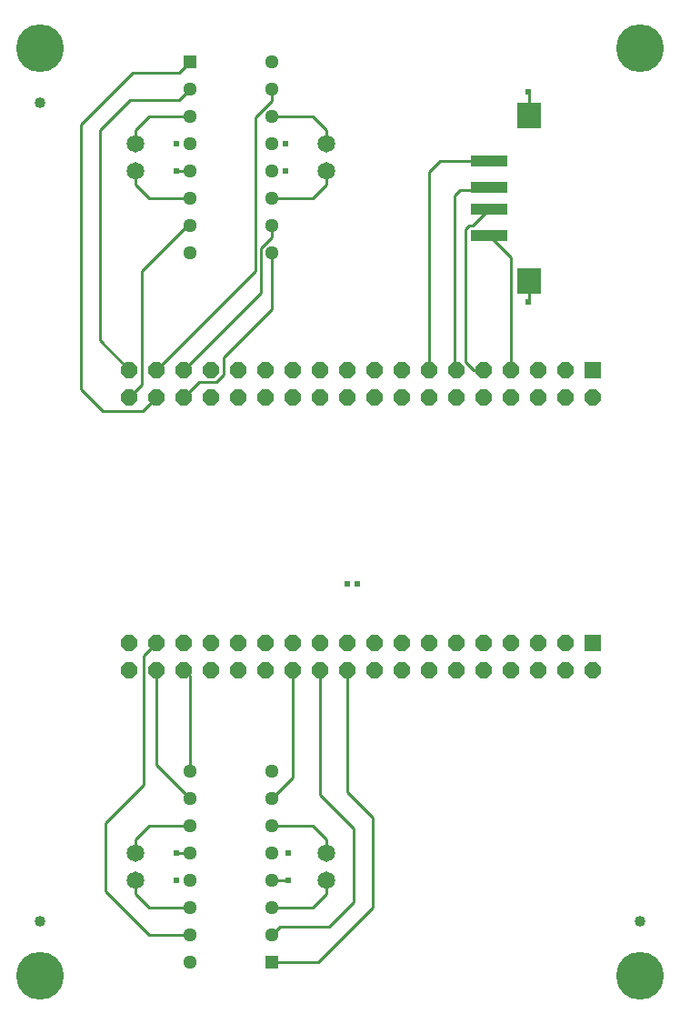
<source format=gbr>
G04 EAGLE Gerber RS-274X export*
G75*
%MOMM*%
%FSLAX34Y34*%
%LPD*%
%INTop Copper*%
%IPPOS*%
%AMOC8*
5,1,8,0,0,1.08239X$1,22.5*%
G01*
%ADD10R,1.524000X1.524000*%
%ADD11P,1.649562X8X202.500000*%
%ADD12R,0.500000X0.600000*%
%ADD13R,3.390000X1.120000*%
%ADD14R,2.220000X2.440000*%
%ADD15C,1.651000*%
%ADD16R,1.295400X1.295400*%
%ADD17C,1.295400*%
%ADD18C,4.445000*%
%ADD19C,1.016000*%
%ADD20C,0.254000*%
%ADD21C,0.609600*%


D10*
X553040Y602240D03*
D11*
X553040Y576840D03*
X527640Y602240D03*
X527640Y576840D03*
X502240Y602240D03*
X502240Y576840D03*
X476840Y602240D03*
X476840Y576840D03*
X451440Y602240D03*
X451440Y576840D03*
X426040Y602240D03*
X426040Y576840D03*
X400640Y602240D03*
X400640Y576840D03*
X375240Y602240D03*
X375240Y576840D03*
X349840Y602240D03*
X349840Y576840D03*
X324440Y602240D03*
X324440Y576840D03*
X299040Y602240D03*
X299040Y576840D03*
X273640Y602240D03*
X273640Y576840D03*
X248240Y602240D03*
X248240Y576840D03*
X222840Y602240D03*
X222840Y576840D03*
X197440Y602240D03*
X197440Y576840D03*
X172040Y602240D03*
X172040Y576840D03*
X146640Y602240D03*
X146640Y576840D03*
X121240Y602240D03*
X121240Y576840D03*
D10*
X553040Y348240D03*
D11*
X553040Y322840D03*
X527640Y348240D03*
X527640Y322840D03*
X502240Y348240D03*
X502240Y322840D03*
X476840Y348240D03*
X476840Y322840D03*
X451440Y348240D03*
X451440Y322840D03*
X426040Y348240D03*
X426040Y322840D03*
X400640Y348240D03*
X400640Y322840D03*
X375240Y348240D03*
X375240Y322840D03*
X349840Y348240D03*
X349840Y322840D03*
X324440Y348240D03*
X324440Y322840D03*
X299040Y348240D03*
X299040Y322840D03*
X273640Y348240D03*
X273640Y322840D03*
X248240Y348240D03*
X248240Y322840D03*
X222840Y348240D03*
X222840Y322840D03*
X197440Y348240D03*
X197440Y322840D03*
X172040Y348240D03*
X172040Y322840D03*
X146640Y348240D03*
X146640Y322840D03*
X121240Y348240D03*
X121240Y322840D03*
D12*
X333930Y402590D03*
X323930Y402590D03*
D13*
X456600Y727000D03*
X456600Y797000D03*
X456600Y752000D03*
X456600Y772000D03*
D14*
X493400Y685300D03*
X493400Y838700D03*
D15*
X304800Y812800D03*
X304800Y787400D03*
X127000Y127000D03*
X127000Y152400D03*
X304800Y127000D03*
X304800Y152400D03*
X127000Y812800D03*
X127000Y787400D03*
D16*
X254000Y50800D03*
D17*
X254000Y76200D03*
X254000Y101600D03*
X254000Y127000D03*
X254000Y152400D03*
X254000Y177800D03*
X254000Y203200D03*
X254000Y228600D03*
X177800Y228600D03*
X177800Y203200D03*
X177800Y177800D03*
X177800Y152400D03*
X177800Y127000D03*
X177800Y101600D03*
X177800Y76200D03*
X177800Y50800D03*
D16*
X177800Y889000D03*
D17*
X177800Y863600D03*
X177800Y838200D03*
X177800Y812800D03*
X177800Y787400D03*
X177800Y762000D03*
X177800Y736600D03*
X177800Y711200D03*
X254000Y711200D03*
X254000Y736600D03*
X254000Y762000D03*
X254000Y787400D03*
X254000Y812800D03*
X254000Y838200D03*
X254000Y863600D03*
X254000Y889000D03*
D18*
X38100Y38100D03*
X596900Y38100D03*
X596900Y901700D03*
X38100Y901700D03*
D19*
X38100Y88900D03*
X596900Y88900D03*
X38100Y850900D03*
D20*
X254000Y127000D02*
X269240Y127000D01*
D21*
X269240Y127000D03*
X269240Y152400D03*
D20*
X177800Y152400D02*
X165100Y152400D01*
D21*
X165100Y152400D03*
X165100Y127000D03*
X165100Y787400D03*
X165100Y812800D03*
X266700Y812800D03*
X266700Y787400D03*
D20*
X493400Y685300D02*
X493400Y666120D01*
X492760Y665480D01*
D21*
X492760Y665480D03*
D20*
X493400Y838700D02*
X493400Y860420D01*
X492760Y861060D01*
D21*
X492760Y861060D03*
D20*
X177800Y787400D02*
X165100Y787400D01*
X167640Y878840D02*
X177800Y889000D01*
X167640Y878840D02*
X124460Y878840D01*
X76200Y830580D01*
X76200Y584200D01*
X96520Y563880D01*
X133680Y563880D01*
X146640Y576840D01*
X167640Y853440D02*
X177800Y863600D01*
X167640Y853440D02*
X121920Y853440D01*
X93980Y825500D01*
X93980Y629500D02*
X121240Y602240D01*
X93980Y629500D02*
X93980Y825500D01*
X139700Y838200D02*
X177800Y838200D01*
X139700Y838200D02*
X127000Y825500D01*
X127000Y812800D01*
X127000Y787400D02*
X127000Y774700D01*
X139700Y762000D01*
X177800Y762000D01*
X177800Y736600D02*
X175260Y736600D01*
X132670Y694010D01*
X132670Y588270D02*
X121240Y576840D01*
X132670Y588270D02*
X132670Y694010D01*
X146640Y602240D02*
X238633Y694233D01*
X254000Y852748D02*
X254000Y863600D01*
X254000Y852748D02*
X238633Y837381D01*
X238633Y694233D01*
X254000Y838200D02*
X292100Y838200D01*
X304800Y825500D02*
X304800Y812800D01*
X304800Y825500D02*
X292100Y838200D01*
X304800Y787400D02*
X304800Y774700D01*
X292100Y762000D01*
X254000Y762000D01*
X254000Y736600D02*
X254000Y725748D01*
X243713Y715461D01*
X243713Y673913D02*
X172040Y602240D01*
X243713Y673913D02*
X243713Y715461D01*
X254000Y711200D02*
X254000Y658800D01*
X208870Y597506D02*
X202175Y590810D01*
X208870Y613670D02*
X254000Y658800D01*
X186010Y590810D02*
X172040Y576840D01*
X208870Y597506D02*
X208870Y613670D01*
X202175Y590810D02*
X186010Y590810D01*
X456600Y727000D02*
X476840Y706760D01*
X476840Y602240D01*
X441010Y736410D02*
X456600Y752000D01*
X441010Y736410D02*
X438072Y736410D01*
X434592Y732930D01*
X434592Y609852D01*
X442205Y602240D01*
X451440Y602240D01*
X454220Y769620D02*
X456600Y772000D01*
X429260Y769620D02*
X424180Y764540D01*
X424180Y604100D01*
X426040Y602240D01*
X429260Y769620D02*
X454220Y769620D01*
X456600Y797000D02*
X410920Y797000D01*
X400640Y786720D02*
X400640Y602240D01*
X400640Y786720D02*
X410920Y797000D01*
X324440Y322840D02*
X324440Y208960D01*
X347980Y185420D01*
X347980Y101600D01*
X297180Y50800D02*
X254000Y50800D01*
X297180Y50800D02*
X347980Y101600D01*
X261620Y83820D02*
X254000Y76200D01*
X307340Y83820D02*
X330200Y106680D01*
X330200Y175260D01*
X299040Y206420D02*
X299040Y322840D01*
X307340Y83820D02*
X261620Y83820D01*
X330200Y175260D02*
X299040Y206420D01*
X273640Y222840D02*
X273640Y322840D01*
X273640Y222840D02*
X254000Y203200D01*
X177800Y76200D02*
X139700Y76200D01*
X99060Y116840D01*
X99060Y180340D01*
X134620Y336220D02*
X146640Y348240D01*
X134620Y215900D02*
X99060Y180340D01*
X134620Y215900D02*
X134620Y336220D01*
X127000Y114300D02*
X139700Y101600D01*
X127000Y114300D02*
X127000Y127000D01*
X139700Y101600D02*
X177800Y101600D01*
X177800Y177800D02*
X139700Y177800D01*
X127000Y165100D01*
X127000Y152400D01*
X146640Y234360D02*
X146640Y322840D01*
X146640Y234360D02*
X177800Y203200D01*
X177800Y317080D02*
X172040Y322840D01*
X177800Y317080D02*
X177800Y228600D01*
X254000Y177800D02*
X292100Y177800D01*
X304800Y165100D02*
X304800Y152400D01*
X304800Y165100D02*
X292100Y177800D01*
X292100Y101600D02*
X254000Y101600D01*
X304800Y114300D02*
X304800Y127000D01*
X304800Y114300D02*
X292100Y101600D01*
M02*

</source>
